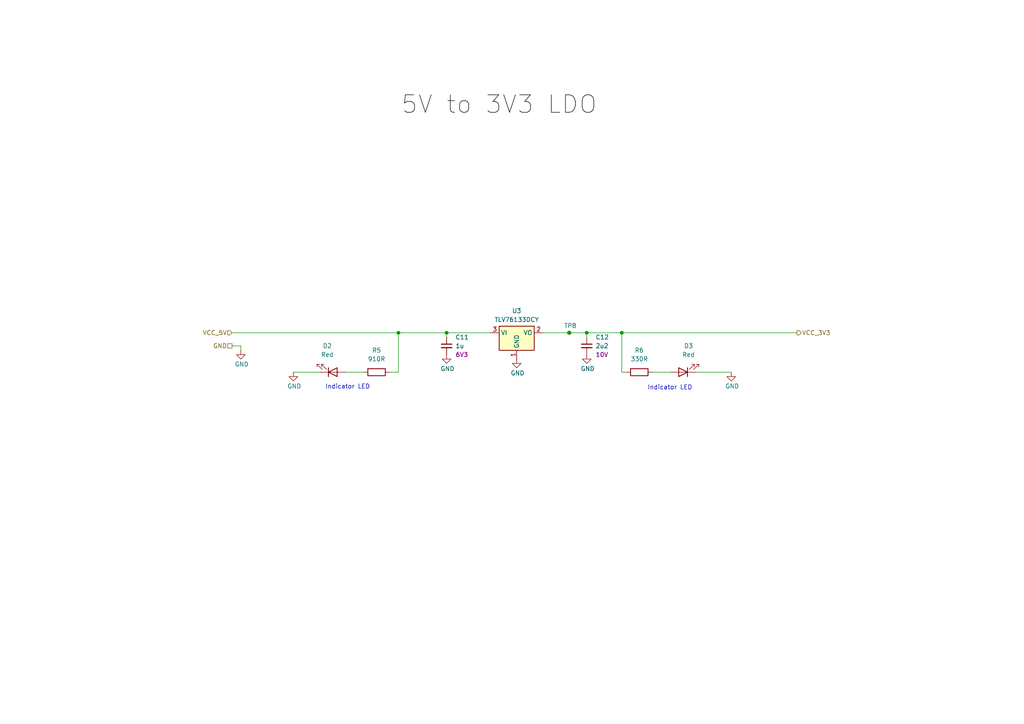
<source format=kicad_sch>
(kicad_sch (version 20250114) (generator "eeschema") (generator_version "9.0")
  (paper "A4")
  (title_block (title "MAGE-CANBOB-002") (date "2025-05-14") (rev "1") (comment 1 "Yiannis Michael") (comment 2 "2025-05-14") (comment 3 "Chris Thomas") (comment 4 "2025-06-02"))
  (lib_symbols
    (symbol "Connector:TestPoint_Small" (pin_numbers (hide yes)) (pin_names (offset 0.762) (hide yes))
      (property "Reference" "TP" (at 0 3.81 0))
      (property "Value" "TestPoint_Small" (at 0 2.032 0))
      (symbol "TestPoint_Small_0_1"
        (circle (center 0 0) (radius 0.508))
      )
      (symbol "TestPoint_Small_1_1"
        (pin passive line (at 0 0 90) (length 0) (name "1") (number "1"))
      )
    )
    (symbol "Device:C_Small" (pin_numbers (hide yes)) (pin_names (offset 0.254) (hide yes))
      (property "Reference" "C" (at 0.254 1.778 0))
      (property "Value" "C_Small" (at 0.254 -2.032 0))
      (symbol "C_Small_0_1"
        (polyline (pts (xy -1.524 0.508) (xy 1.524 0.508)) (stroke (width 0.3048)))
        (polyline (pts (xy -1.524 -0.508) (xy 1.524 -0.508)) (stroke (width 0.3302)))
      )
      (symbol "C_Small_1_1"
        (pin passive line (at 0 2.54 270) (length 2.032) (name "~") (number "1"))
        (pin passive line (at 0 -2.54 90) (length 2.032) (name "~") (number "2"))
      )
    )
    (symbol "Device:LED" (pin_numbers (hide yes)) (pin_names (offset 1.016) (hide yes))
      (property "Reference" "D" (at 0 2.54 0))
      (property "Value" "LED" (at 0 -2.54 0))
      (symbol "LED_0_1"
        (polyline (pts (xy -3.048 -0.762) (xy -4.572 -2.286) (xy -3.81 -2.286) (xy -4.572 -2.286) (xy -4.572 -1.524)))
        (polyline (pts (xy -1.778 -0.762) (xy -3.302 -2.286) (xy -2.54 -2.286) (xy -3.302 -2.286) (xy -3.302 -1.524)))
        (polyline (pts (xy -1.27 0) (xy 1.27 0)))
        (polyline (pts (xy -1.27 -1.27) (xy -1.27 1.27)) (stroke (width 0.254)))
        (polyline (pts (xy 1.27 -1.27) (xy 1.27 1.27) (xy -1.27 0) (xy 1.27 -1.27)) (stroke (width 0.254)))
      )
      (symbol "LED_1_1"
        (pin passive line (at -3.81 0 0) (length 2.54) (name "K") (number "1"))
        (pin passive line (at 3.81 0 180) (length 2.54) (name "A") (number "2"))
      )
    )
    (symbol "Device:R" (pin_numbers (hide yes)) (pin_names (offset 0))
      (property "Reference" "R" (at 2.032 0 90))
      (property "Value" "R" (at 0 0 90))
      (symbol "R_0_1"
        (rectangle (start -1.016 -2.54) (end 1.016 2.54) (stroke (width 0.254)))
      )
      (symbol "R_1_1"
        (pin passive line (at 0 3.81 270) (length 1.27) (name "~") (number "1"))
        (pin passive line (at 0 -3.81 90) (length 1.27) (name "~") (number "2"))
      )
    )
    (symbol "Regulator_Linear:TLV76133DCY"
      (property "Reference" "U" (at -7.62 6.35 0))
      (property "Value" "TLV76133DCY" (at -1.27 6.35 0))
      (symbol "TLV76133DCY_0_1"
        (rectangle (start -5.08 -5.08) (end 5.08 1.905) (stroke (width 0.254)) (fill (type background)))
      )
      (symbol "TLV76133DCY_1_1"
        (pin power_in line (at -7.62 0 0) (length 2.54) (name "VI") (number "3"))
        (pin power_in line (at 0 -7.62 90) (length 2.54) (name "GND") (number "1"))
        (pin power_out line (at 7.62 0 180) (length 2.54) (name "VO") (number "2"))
      )
    )
    (symbol "power:GND" (power) (pin_numbers (hide yes)) (pin_names (offset 0) (hide yes))
      (property "Value" "GND" (at 0 -3.81 0))
      (symbol "GND_0_1"
        (polyline (pts (xy 0 0) (xy 0 -1.27) (xy 1.27 -1.27) (xy 0 -2.54) (xy -1.27 -1.27) (xy 0 -1.27)))
      )
      (symbol "GND_1_1"
        (pin power_in line (at 0 0 270) (length 0) (name "~") (number "1"))
      )
    )
  )
  (text "Indicator LED" (at 100.838 112.268 0) (effects (font (size 1.27 1.27))))
  (text "Indicator LED" (at 194.31 112.522 0) (effects (font (size 1.27 1.27))))
  (text "5V to 3V3 LDO" (at 144.78 30.48 0) (effects (font (size 5.08 5.08))))
  (junction (at 165.1 96.52))
  (junction (at 180.34 96.52))
  (junction (at 115.57 96.52))
  (junction (at 170.18 96.52))
  (junction (at 129.54 96.52))
  (wire (pts (xy 189.23 107.95) (xy 194.31 107.95)))
  (wire (pts (xy 170.18 96.52) (xy 180.34 96.52)))
  (wire (pts (xy 201.93 107.95) (xy 212.09 107.95)))
  (wire (pts (xy 115.57 96.52) (xy 129.54 96.52)))
  (wire (pts (xy 69.85 100.33) (xy 69.85 101.6)))
  (wire (pts (xy 180.34 107.95) (xy 181.61 107.95)))
  (wire (pts (xy 115.57 96.52) (xy 115.57 107.95)))
  (wire (pts (xy 180.34 107.95) (xy 180.34 96.52)))
  (wire (pts (xy 129.54 96.52) (xy 142.24 96.52)))
  (wire (pts (xy 180.34 96.52) (xy 231.14 96.52)))
  (wire (pts (xy 85.09 107.95) (xy 92.71 107.95)))
  (wire (pts (xy 67.31 100.33) (xy 69.85 100.33)))
  (wire (pts (xy 115.57 107.95) (xy 113.03 107.95)))
  (wire (pts (xy 165.1 96.52) (xy 170.18 96.52)))
  (wire (pts (xy 100.33 107.95) (xy 105.41 107.95)))
  (wire (pts (xy 157.48 96.52) (xy 165.1 96.52)))
  (wire (pts (xy 129.54 97.79) (xy 129.54 96.52)))
  (wire (pts (xy 67.31 96.52) (xy 115.57 96.52)))
  (wire (pts (xy 170.18 96.52) (xy 170.18 97.79)))
  (hierarchical_label "VCC_3V3" (shape output) (at 231.14 96.52 0))
  (hierarchical_label "GND" (shape passive) (at 67.31 100.33 180))
  (hierarchical_label "VCC_5V" (shape input) (at 67.31 96.52 180))
  (symbol (lib_id "Device:LED") (at 198.12 107.95 180) (unit 1)
    (property "Reference" "D3" (at 199.7075 100.33 0))
    (property "Value" "Red" (at 199.7075 102.87 0))
    (property "Footprint" "LED_SMD:LED_0805_2012Metric_Pad1.15x1.40mm_HandSolder" (effects (hide yes)))
    (property "Description" "Light emitting diode" (effects (hide yes)))
    (property "MPN" "LS M676_P2R1_1_Z" (effects (hide yes)))
    (property "Sim.Pins" "1=K 2=A" (effects (hide yes)))
  )
  (symbol (lib_id "power:GND") (at 129.54 102.87 0) (unit 1)
    (property "Reference" "#PWR036" (effects (hide yes)))
    (property "Value" "GND" (at 129.794 106.934 0))
    (property "Description" "Power symbol creates a global label with name \"GND\" , ground" (effects (hide yes)))
  )
  (symbol (lib_id "Connector:TestPoint_Small") (at 165.1 96.52 0) (unit 1)
    (property "Reference" "TP8" (at 163.576 94.488 0) (effects (justify left)))
    (property "Value" "TestPoint_Small" (effects (hide yes)))
    (property "Footprint" "TestPoint:TestPoint_Pad_D1.5mm" (effects (hide yes)))
    (property "Description" "test point" (effects (hide yes)))
    (property "Created" "Darius Nikiperavicius, 24/02/2025" (effects (hide yes)))
    (property "Checked" "Chris Thomas, 25/02/2025" (effects (hide yes)))
    (property "MPN" "Generic" (effects (hide yes)))
  )
  (symbol (lib_id "Device:R") (at 185.42 107.95 270) (unit 1)
    (property "Reference" "R6" (at 185.42 101.6 90))
    (property "Value" "330R" (at 185.42 104.14 90))
    (property "Footprint" "Resistor_SMD:R_0603_1608Metric_Pad0.98x0.95mm_HandSolder" (effects (hide yes)))
    (property "Description" "Resistor" (effects (hide yes)))
    (property "MPN" "Generic" (effects (hide yes)))
  )
  (symbol (lib_id "power:GND") (at 170.18 102.87 0) (unit 1)
    (property "Reference" "#PWR038" (effects (hide yes)))
    (property "Value" "GND" (at 170.434 106.934 0))
    (property "Description" "Power symbol creates a global label with name \"GND\" , ground" (effects (hide yes)))
  )
  (symbol (lib_id "power:GND") (at 212.09 107.95 0) (unit 1)
    (property "Reference" "#PWR039" (effects (hide yes)))
    (property "Value" "GND" (at 212.344 112.014 0))
    (property "Description" "Power symbol creates a global label with name \"GND\" , ground" (effects (hide yes)))
  )
  (symbol (lib_id "Device:C_Small") (at 170.18 100.33 0) (unit 1)
    (property "Reference" "C12" (at 172.72 97.7962 0) (effects (justify left)))
    (property "Value" "2u2" (at 172.72 100.3362 0) (effects (justify left)))
    (property "Footprint" "Capacitor_SMD:C_0603_1608Metric_Pad1.08x0.95mm_HandSolder" (effects (hide yes)))
    (property "Description" "Unpolarized capacitor, small symbol" (effects (hide yes)))
    (property "MPN" "Generic" (effects (hide yes)))
    (property "Rating" "10V" (at 172.72 102.8762 0) (effects (justify left)))
  )
  (symbol (lib_id "power:GND") (at 149.86 104.14 0) (unit 1)
    (property "Reference" "#PWR037" (effects (hide yes)))
    (property "Value" "GND" (at 150.114 108.204 0))
    (property "Description" "Power symbol creates a global label with name \"GND\" , ground" (effects (hide yes)))
  )
  (symbol (lib_id "Regulator_Linear:TLV76133DCY") (at 149.86 96.52 0) (unit 1)
    (property "Reference" "U3" (at 149.86 90.17 0))
    (property "Value" "TLV76133DCY" (at 149.86 92.71 0))
    (property "Footprint" "Package_TO_SOT_SMD:SOT-223-3_TabPin2" (effects (hide yes)))
    (property "Datasheet" "https://www.ti.com/lit/ds/symlink/tlv761.pdf" (effects (hide yes)))
    (property "Description" "3.3V, 1A, Low Noise, High-PSRR LDO Regulator, 2.5V...16V input, SOT-223" (effects (hide yes)))
    (property "MPN" "TLV76133DCY" (effects (hide yes)))
  )
  (symbol (lib_id "power:GND") (at 85.09 107.95 0) (unit 1)
    (property "Reference" "#PWR035" (effects (hide yes)))
    (property "Value" "GND" (at 85.344 112.014 0))
    (property "Description" "Power symbol creates a global label with name \"GND\" , ground" (effects (hide yes)))
  )
  (symbol (lib_id "Device:LED") (at 96.52 107.95 0) (mirror x) (unit 1)
    (property "Reference" "D2" (at 94.9325 100.33 0))
    (property "Value" "Red" (at 94.9325 102.87 0))
    (property "Footprint" "LED_SMD:LED_0805_2012Metric_Pad1.15x1.40mm_HandSolder" (effects (hide yes)))
    (property "Description" "Light emitting diode" (effects (hide yes)))
    (property "MPN" "LS M676_P2R1_1_Z" (effects (hide yes)))
    (property "Sim.Pins" "1=K 2=A" (effects (hide yes)))
  )
  (symbol (lib_id "Device:C_Small") (at 129.54 100.33 0) (unit 1)
    (property "Reference" "C11" (at 132.08 97.7962 0) (effects (justify left)))
    (property "Value" "1u" (at 132.08 100.3362 0) (effects (justify left)))
    (property "Footprint" "Capacitor_SMD:C_0603_1608Metric_Pad1.08x0.95mm_HandSolder" (effects (hide yes)))
    (property "Description" "Unpolarized capacitor, small symbol" (effects (hide yes)))
    (property "MPN" "Generic" (effects (hide yes)))
    (property "Rating" "6V3" (at 132.08 102.8762 0) (effects (justify left)))
  )
  (symbol (lib_id "Device:R") (at 109.22 107.95 90) (mirror x) (unit 1)
    (property "Reference" "R5" (at 109.22 101.6 90))
    (property "Value" "910R" (at 109.22 104.14 90))
    (property "Footprint" "Resistor_SMD:R_0603_1608Metric_Pad0.98x0.95mm_HandSolder" (effects (hide yes)))
    (property "Description" "Resistor" (effects (hide yes)))
    (property "MPN" "Generic" (effects (hide yes)))
  )
  (symbol (lib_id "power:GND") (at 69.85 101.6 0) (unit 1)
    (property "Reference" "#PWR034" (effects (hide yes)))
    (property "Value" "GND" (at 70.104 105.664 0))
    (property "Description" "Power symbol creates a global label with name \"GND\" , ground" (effects (hide yes)))
  )
)
</source>
